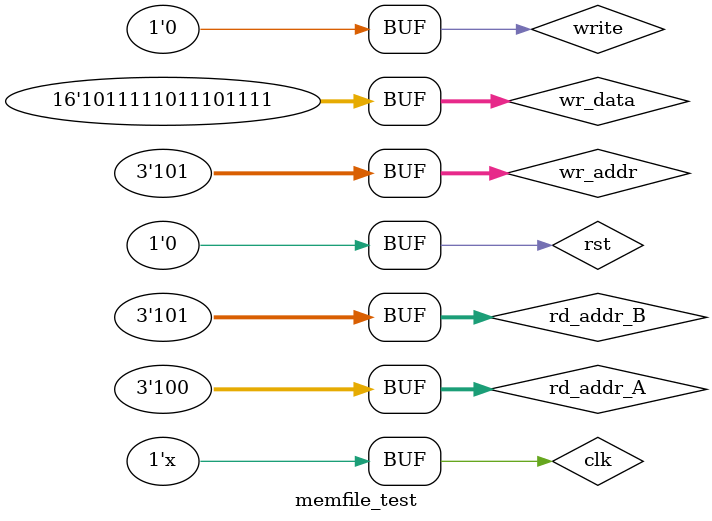
<source format=v>
`timescale 1ns / 1ps


module memfile_test;

	// Inputs
	reg clk;
	reg rst;
	reg write;
	reg [2:0] wr_addr;
	reg [15:0] wr_data;
	reg [2:0] rd_addr_A;
	reg [2:0] rd_addr_B;

	// Outputs
	wire [15:0] rd_data_A;
	wire [15:0] rd_data_B;

	// Instantiate the Unit Under Test (UUT)
	memfile uut (
		.clk(clk), 
		.rst(rst), 
		.write(write), 
		.wr_addr(wr_addr), 
		.wr_data(wr_data), 
		.rd_addr_A(rd_addr_A), 
		.rd_data_A(rd_data_A), 
		.rd_addr_B(rd_addr_B), 
		.rd_data_B(rd_data_B)
	);

	initial begin
		// Initialize Inputs
		clk = 0;
		rst = 0;
		write = 0;
		wr_addr = 0;
		wr_data = 0;
		rd_addr_A = 0;
		rd_addr_B = 0;

		// Wait 100 ns for global reset to finish
		#100;
        
		// Add stimulus here
		wr_addr = 0;
		wr_data = 16'habcd;
		#1 write = 1;
		#1 write = 0;
		#10
		wr_addr = 1;
		wr_data = 16'h1234;
		#1 write = 1;
		#1 write = 0;
		#10
		wr_addr = 2;
		wr_data = 16'h3456;
		#1 write = 1;
		#1 write = 0;
		#10
		wr_addr = 3;
		wr_data = 16'h5678;
		#1 write = 1;
		#1 write = 0;
		#10
		wr_addr = 4;
		wr_data = 16'h9abc;
		#1 write = 1;
		#1 write = 0;
		#10
		wr_addr = 5;
		wr_data = 16'hbeef;
		#1 write = 1;
		#1 write = 0;
		
		rd_addr_A = 0;
		rd_addr_B = 1;
		
		#10
		rd_addr_A = 2;
		rd_addr_B = 3;
		
		#10
		rd_addr_A = 4;
		rd_addr_B = 5;

	end
     
	always begin
		#1 clk = !clk;
	end
	  
endmodule


</source>
